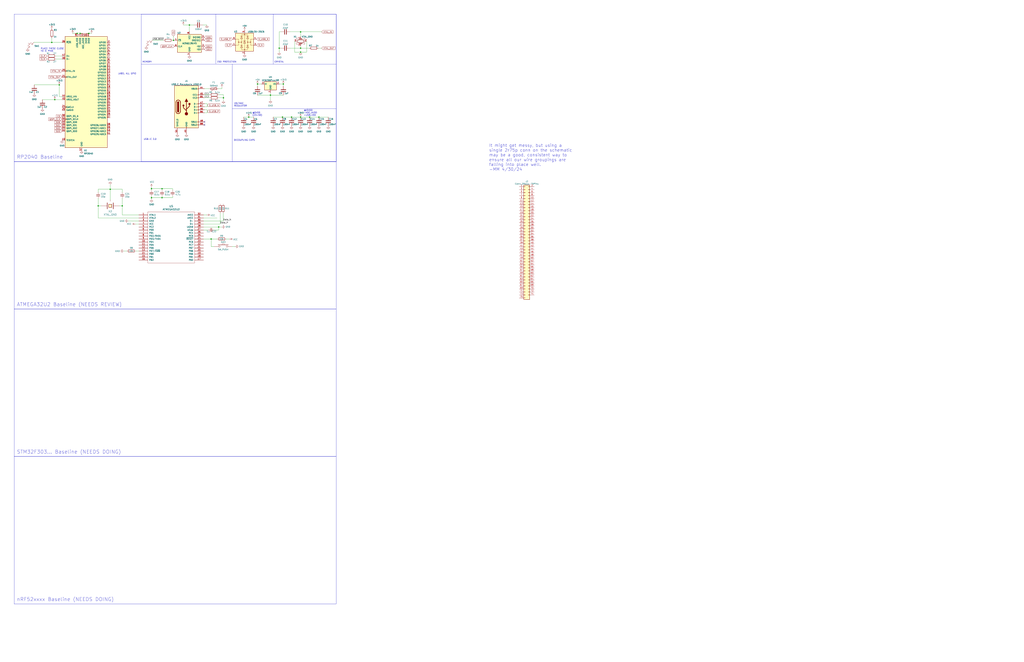
<source format=kicad_sch>
(kicad_sch (version 20231120) (generator "eeschema") (generator_version "8.0")
  (paper "D")
  (lib_symbols
    (symbol "Connector:USB_C_Receptacle_USB2.0" (pin_names (offset 1.016))
      (property "Reference" "J" (at -10.16 19.05 0))
      (property "Value" "USB_C_Receptacle_USB2.0" (at 19.05 19.05 0))
      (symbol "USB_C_Receptacle_USB2.0_1_1"
        (pin passive line (at 0 -22.86 90) (length 5.08) (name "GND") (number "A1"))
        (pin passive line (at 0 -22.86 90) (length 5.08) hide (name "GND") (number "A12"))
        (pin passive line (at 15.24 15.24 180) (length 5.08) (name "VBUS") (number "A4"))
        (pin bidirectional line (at 15.24 10.16 180) (length 5.08) (name "CC1") (number "A5"))
        (pin bidirectional line (at 15.24 -2.54 180) (length 5.08) (name "D+") (number "A6"))
        (pin bidirectional line (at 15.24 2.54 180) (length 5.08) (name "D-") (number "A7"))
        (pin bidirectional line (at 15.24 -12.7 180) (length 5.08) (name "SBU1") (number "A8"))
        (pin passive line (at 15.24 15.24 180) (length 5.08) hide (name "VBUS") (number "A9"))
        (pin passive line (at 0 -22.86 90) (length 5.08) hide (name "GND") (number "B1"))
        (pin passive line (at 0 -22.86 90) (length 5.08) hide (name "GND") (number "B12"))
        (pin passive line (at 15.24 15.24 180) (length 5.08) hide (name "VBUS") (number "B4"))
        (pin bidirectional line (at 15.24 7.62 180) (length 5.08) (name "CC2") (number "B5"))
        (pin bidirectional line (at 15.24 -5.08 180) (length 5.08) (name "D+") (number "B6"))
        (pin bidirectional line (at 15.24 0 180) (length 5.08) (name "D-") (number "B7"))
        (pin bidirectional line (at 15.24 -15.24 180) (length 5.08) (name "SBU2") (number "B8"))
        (pin passive line (at 15.24 15.24 180) (length 5.08) hide (name "VBUS") (number "B9"))
        (pin passive line (at -7.62 -22.86 90) (length 5.08) (name "SHIELD") (number "S1"))
      )
    )
    (symbol "Connector_Generic:Conn_2Rows-75Pins" (pin_names (offset 1.016) hide)
      (property "Reference" "J" (at 1.27 48.26 0))
      (property "Value" "Conn_2Rows-75Pins" (at 1.27 -50.8 0))
      (symbol "Conn_2Rows-75Pins_1_1"
        (pin passive line (at -5.08 45.72 0) (length 3.81) (name "Pin_1") (number "1"))
        (pin passive line (at 7.62 35.56 180) (length 3.81) (name "Pin_10") (number "10"))
        (pin passive line (at -5.08 33.02 0) (length 3.81) (name "Pin_11") (number "11"))
        (pin passive line (at 7.62 33.02 180) (length 3.81) (name "Pin_12") (number "12"))
        (pin passive line (at -5.08 30.48 0) (length 3.81) (name "Pin_13") (number "13"))
        (pin passive line (at 7.62 30.48 180) (length 3.81) (name "Pin_14") (number "14"))
        (pin passive line (at -5.08 27.94 0) (length 3.81) (name "Pin_15") (number "15"))
        (pin passive line (at 7.62 27.94 180) (length 3.81) (name "Pin_16") (number "16"))
        (pin passive line (at -5.08 25.4 0) (length 3.81) (name "Pin_17") (number "17"))
        (pin passive line (at 7.62 25.4 180) (length 3.81) (name "Pin_18") (number "18"))
        (pin passive line (at -5.08 22.86 0) (length 3.81) (name "Pin_19") (number "19"))
        (pin passive line (at 7.62 45.72 180) (length 3.81) (name "Pin_2") (number "2"))
        (pin passive line (at 7.62 22.86 180) (length 3.81) (name "Pin_20") (number "20"))
        (pin passive line (at -5.08 20.32 0) (length 3.81) (name "Pin_21") (number "21"))
        (pin passive line (at 7.62 20.32 180) (length 3.81) (name "Pin_22") (number "22"))
        (pin passive line (at -5.08 17.78 0) (length 3.81) (name "Pin_23") (number "23"))
        (pin passive line (at 7.62 17.78 180) (length 3.81) (name "Pin_24") (number "24"))
        (pin passive line (at -5.08 15.24 0) (length 3.81) (name "Pin_25") (number "25"))
        (pin passive line (at 7.62 15.24 180) (length 3.81) (name "Pin_26") (number "26"))
        (pin passive line (at -5.08 12.7 0) (length 3.81) (name "Pin_27") (number "27"))
        (pin passive line (at 7.62 12.7 180) (length 3.81) (name "Pin_28") (number "28"))
        (pin passive line (at -5.08 10.16 0) (length 3.81) (name "Pin_29") (number "29"))
        (pin passive line (at -5.08 43.18 0) (length 3.81) (name "Pin_3") (number "3"))
        (pin passive line (at 7.62 10.16 180) (length 3.81) (name "Pin_30") (number "30"))
        (pin passive line (at -5.08 7.62 0) (length 3.81) (name "Pin_31") (number "31"))
        (pin passive line (at 7.62 7.62 180) (length 3.81) (name "Pin_32") (number "32"))
        (pin passive line (at -5.08 5.08 0) (length 3.81) (name "Pin_33") (number "33"))
        (pin passive line (at 7.62 5.08 180) (length 3.81) (name "Pin_34") (number "34"))
        (pin passive line (at -5.08 2.54 0) (length 3.81) (name "Pin_35") (number "35"))
        (pin passive line (at 7.62 2.54 180) (length 3.81) (name "Pin_36") (number "36"))
        (pin passive line (at -5.08 0 0) (length 3.81) (name "Pin_37") (number "37"))
        (pin passive line (at 7.62 0 180) (length 3.81) (name "Pin_38") (number "38"))
        (pin passive line (at -5.08 -2.54 0) (length 3.81) (name "Pin_39") (number "39"))
        (pin passive line (at 7.62 43.18 180) (length 3.81) (name "Pin_4") (number "4"))
        (pin passive line (at 7.62 -2.54 180) (length 3.81) (name "Pin_40") (number "40"))
        (pin passive line (at -5.08 -5.08 0) (length 3.81) (name "Pin_41") (number "41"))
        (pin passive line (at 7.62 -5.08 180) (length 3.81) (name "Pin_42") (number "42"))
        (pin passive line (at -5.08 -7.62 0) (length 3.81) (name "Pin_43") (number "43"))
        (pin passive line (at 7.62 -7.62 180) (length 3.81) (name "Pin_44") (number "44"))
        (pin passive line (at -5.08 -10.16 0) (length 3.81) (name "Pin_45") (number "45"))
        (pin passive line (at 7.62 -10.16 180) (length 3.81) (name "Pin_46") (number "46"))
        (pin passive line (at -5.08 -12.7 0) (length 3.81) (name "Pin_47") (number "47"))
        (pin passive line (at 7.62 -12.7 180) (length 3.81) (name "Pin_48") (number "48"))
        (pin passive line (at -5.08 -15.24 0) (length 3.81) (name "Pin_49") (number "49"))
        (pin passive line (at -5.08 40.64 0) (length 3.81) (name "Pin_5") (number "5"))
        (pin passive line (at 7.62 -15.24 180) (length 3.81) (name "Pin_50") (number "50"))
        (pin passive line (at -5.08 -17.78 0) (length 3.81) (name "Pin_51") (number "51"))
        (pin passive line (at 7.62 -17.78 180) (length 3.81) (name "Pin_52") (number "52"))
        (pin passive line (at -5.08 -20.32 0) (length 3.81) (name "Pin_53") (number "53"))
        (pin passive line (at 7.62 -20.32 180) (length 3.81) (name "Pin_54") (number "54"))
        (pin passive line (at -5.08 -22.86 0) (length 3.81) (name "Pin_55") (number "55"))
        (pin passive line (at 7.62 -22.86 180) (length 3.81) (name "Pin_56") (number "56"))
        (pin passive line (at -5.08 -25.4 0) (length 3.81) (name "Pin_57") (number "57"))
        (pin passive line (at 7.62 -25.4 180) (length 3.81) (name "Pin_58") (number "58"))
        (pin passive line (at -5.08 -27.94 0) (length 3.81) (name "Pin_59") (number "59"))
        (pin passive line (at 7.62 40.64 180) (length 3.81) (name "Pin_6") (number "6"))
        (pin passive line (at 7.62 -27.94 180) (length 3.81) (name "Pin_60") (number "60"))
        (pin passive line (at -5.08 -30.48 0) (length 3.81) (name "Pin_61") (number "61"))
        (pin passive line (at 7.62 -30.48 180) (length 3.81) (name "Pin_62") (number "62"))
        (pin passive line (at -5.08 -33.02 0) (length 3.81) (name "Pin_63") (number "63"))
        (pin passive line (at 7.62 -33.02 180) (length 3.81) (name "Pin_64") (number "64"))
        (pin passive line (at -5.08 -35.56 0) (length 3.81) (name "Pin_65") (number "65"))
        (pin passive line (at 7.62 -35.56 180) (length 3.81) (name "Pin_66") (number "66"))
        (pin passive line (at -5.08 -38.1 0) (length 3.81) (name "Pin_67") (number "67"))
        (pin passive line (at 7.62 -38.1 180) (length 3.81) (name "Pin_68") (number "68"))
        (pin passive line (at -5.08 -40.64 0) (length 3.81) (name "Pin_69") (number "69"))
        (pin passive line (at -5.08 38.1 0) (length 3.81) (name "Pin_7") (number "7"))
        (pin passive line (at 7.62 -40.64 180) (length 3.81) (name "Pin_70") (number "70"))
        (pin passive line (at -5.08 -43.18 0) (length 3.81) (name "Pin_71") (number "71"))
        (pin passive line (at 7.62 -43.18 180) (length 3.81) (name "Pin_72") (number "72"))
        (pin passive line (at -5.08 -45.72 0) (length 3.81) (name "Pin_73") (number "73"))
        (pin passive line (at 7.62 -45.72 180) (length 3.81) (name "Pin_74") (number "74"))
        (pin passive line (at -5.08 -48.26 0) (length 3.81) (name "Pin_75") (number "75"))
        (pin passive line (at 7.62 38.1 180) (length 3.81) (name "Pin_8") (number "8"))
        (pin passive line (at -5.08 35.56 0) (length 3.81) (name "Pin_9") (number "9"))
      )
    )
    (symbol "Device:C" (pin_numbers hide) (pin_names (offset 0.254))
      (property "Reference" "C" (at 0.635 2.54 0))
      (property "Value" "C" (at 0.635 -2.54 0))
      (symbol "C_1_1"
        (pin passive line (at 0 3.81 270) (length 2.794) (name "~") (number "1"))
        (pin passive line (at 0 -3.81 90) (length 2.794) (name "~") (number "2"))
      )
    )
    (symbol "Device:C_Small" (pin_numbers hide) (pin_names (offset 0.254) hide)
      (property "Reference" "C" (at 0.254 1.778 0))
      (property "Value" "C_Small" (at 0.254 -2.032 0))
      (symbol "C_Small_1_1"
        (pin passive line (at 0 2.54 270) (length 2.032) (name "~") (number "1"))
        (pin passive line (at 0 -2.54 90) (length 2.032) (name "~") (number "2"))
      )
    )
    (symbol "Device:Crystal_GND24" (pin_names (offset 1.016) hide)
      (property "Reference" "Y" (at 3.175 5.08 0))
      (property "Value" "Crystal_GND24" (at 3.175 3.175 0))
      (symbol "Crystal_GND24_1_1"
        (pin passive line (at -3.81 0 0) (length 1.27) (name "1") (number "1"))
        (pin passive line (at 0 5.08 270) (length 1.27) (name "2") (number "2"))
        (pin passive line (at 3.81 0 180) (length 1.27) (name "3") (number "3"))
        (pin passive line (at 0 -5.08 90) (length 1.27) (name "4") (number "4"))
      )
    )
    (symbol "Device:Polyfuse" (pin_numbers hide) (pin_names (offset 0))
      (property "Reference" "F" (at -2.54 0 90))
      (property "Value" "Polyfuse" (at 2.54 0 90))
      (symbol "Polyfuse_1_1"
        (pin passive line (at 0 3.81 270) (length 1.27) (name "~") (number "1"))
        (pin passive line (at 0 -3.81 90) (length 1.27) (name "~") (number "2"))
      )
    )
    (symbol "Device:R" (pin_numbers hide) (pin_names (offset 0))
      (property "Reference" "R" (at 2.032 0 90))
      (property "Value" "R" (at 0 0 90))
      (symbol "R_1_1"
        (pin passive line (at 0 3.81 270) (length 1.27) (name "~") (number "1"))
        (pin passive line (at 0 -3.81 90) (length 1.27) (name "~") (number "2"))
      )
    )
    (symbol "Memory_Flash:W25Q128JVS"
      (property "Reference" "U" (at -8.89 8.89 0))
      (property "Value" "W25Q128JVS" (at 7.62 8.89 0))
      (symbol "W25Q128JVS_1_1"
        (pin input line (at -12.7 2.54 0) (length 2.54) (name "~{CS}") (number "1"))
        (pin bidirectional line (at 12.7 2.54 180) (length 2.54) (name "DO(IO1)") (number "2"))
        (pin bidirectional line (at 12.7 -2.54 180) (length 2.54) (name "IO2") (number "3"))
        (pin power_in line (at 0 -10.16 90) (length 2.54) (name "GND") (number "4"))
        (pin bidirectional line (at 12.7 5.08 180) (length 2.54) (name "DI(IO0)") (number "5"))
        (pin input line (at -12.7 -2.54 0) (length 2.54) (name "CLK") (number "6"))
        (pin bidirectional line (at 12.7 -5.08 180) (length 2.54) (name "IO3") (number "7"))
        (pin power_in line (at 0 10.16 270) (length 2.54) (name "VCC") (number "8"))
      )
    )
    (symbol "Power_Protection:USBLC6-2SC6" (pin_names hide)
      (property "Reference" "U" (at 2.54 8.89 0))
      (property "Value" "USBLC6-2SC6" (at 2.54 -8.89 0))
      (symbol "USBLC6-2SC6_1_1"
        (pin passive line (at -10.16 -2.54 0) (length 2.54) (name "I/O1") (number "1"))
        (pin passive line (at 0 -10.16 90) (length 2.54) (name "GND") (number "2"))
        (pin passive line (at 10.16 -2.54 180) (length 2.54) (name "I/O2") (number "3"))
        (pin passive line (at 10.16 2.54 180) (length 2.54) (name "I/O2") (number "4"))
        (pin passive line (at 0 10.16 270) (length 2.54) (name "VBUS") (number "5"))
        (pin passive line (at -10.16 2.54 0) (length 2.54) (name "I/O1") (number "6"))
      )
    )
    (symbol "Regulator_Linear:XC6206PxxxMR" (pin_names (offset 0.254))
      (property "Reference" "U" (at -3.81 3.175 0))
      (property "Value" "XC6206PxxxMR" (at 0 3.175 0))
      (symbol "XC6206PxxxMR_1_1"
        (pin power_in line (at 0 -7.62 90) (length 2.54) (name "GND") (number "1"))
        (pin power_out line (at 7.62 0 180) (length 2.54) (name "VO") (number "2"))
        (pin power_in line (at -7.62 0 0) (length 2.54) (name "VI") (number "3"))
      )
    )
    (symbol "SleepLib:RP2040" (pin_names (offset 1.016))
      (property "Reference" "U" (at 8.89 51.435 0))
      (property "Value" "RP2040" (at 8.89 48.895 0))
      (symbol "RP2040_1_1"
        (pin power_in line (at -5.08 50.8 270) (length 2.54) (name "IOVDD") (number "1"))
        (pin power_in line (at -5.08 50.8 270) (length 2.54) hide (name "IOVDD") (number "10"))
        (pin input line (at 20.32 22.86 180) (length 2.54) (name "GPIO8") (number "11"))
        (pin input line (at 20.32 20.32 180) (length 2.54) (name "GPIO9") (number "12"))
        (pin input line (at 20.32 17.78 180) (length 2.54) (name "GPIO10") (number "13"))
        (pin input line (at 20.32 15.24 180) (length 2.54) (name "GPIO11") (number "14"))
        (pin input line (at 20.32 12.7 180) (length 2.54) (name "GPIO12") (number "15"))
        (pin input line (at 20.32 10.16 180) (length 2.54) (name "GPIO13") (number "16"))
        (pin input line (at 20.32 7.62 180) (length 2.54) (name "GPIO14") (number "17"))
        (pin input line (at 20.32 5.08 180) (length 2.54) (name "GPIO15") (number "18"))
        (pin input line (at -20.32 -39.37 0) (length 2.54) (name "TESTEN") (number "19"))
        (pin input line (at 20.32 43.18 180) (length 2.54) (name "GPIO0") (number "2"))
        (pin input clock (at -20.32 19.05 0) (length 2.54) (name "XTAL_IN") (number "20"))
        (pin input clock (at -20.32 13.97 0) (length 2.54) (name "XTAL_OUT") (number "21"))
        (pin power_in line (at -5.08 50.8 270) (length 2.54) hide (name "IOVDD") (number "22"))
        (pin power_in line (at 2.286 50.8 270) (length 2.54) (name "DVDD") (number "23"))
        (pin input clock (at -20.32 -11.43 0) (length 2.54) (name "SWCLK") (number "24"))
        (pin bidirectional line (at -20.32 -13.97 0) (length 2.54) (name "SWDIO") (number "25"))
        (pin input line (at -20.32 43.18 0) (length 2.54) (name "~{RUN}") (number "26"))
        (pin input line (at 20.32 2.54 180) (length 2.54) (name "GPIO16") (number "27"))
        (pin input line (at 20.32 0 180) (length 2.54) (name "GPIO17") (number "28"))
        (pin input line (at 20.32 -2.54 180) (length 2.54) (name "GPIO18") (number "29"))
        (pin input line (at 20.32 40.64 180) (length 2.54) (name "GPIO1") (number "3"))
        (pin input line (at 20.32 -5.08 180) (length 2.54) (name "GPIO19") (number "30"))
        (pin input line (at 20.32 -7.62 180) (length 2.54) (name "GPIO20") (number "31"))
        (pin input line (at 20.32 -10.16 180) (length 2.54) (name "GPIO21") (number "32"))
        (pin power_in line (at -5.08 50.8 270) (length 2.54) hide (name "IOVDD") (number "33"))
        (pin input line (at 20.32 -12.7 180) (length 2.54) (name "GPIO22") (number "34"))
        (pin input line (at 20.32 -15.24 180) (length 2.54) (name "GPIO23") (number "35"))
        (pin input line (at 20.32 -17.78 180) (length 2.54) (name "GPIO24") (number "36"))
        (pin input line (at 20.32 -20.32 180) (length 2.54) (name "GPIO25") (number "37"))
        (pin input line (at 20.32 -26.67 180) (length 2.54) (name "GPIO26/ADC0") (number "38"))
        (pin input line (at 20.32 -29.21 180) (length 2.54) (name "GPIO27/ADC1") (number "39"))
        (pin input line (at 20.32 38.1 180) (length 2.54) (name "GPIO2") (number "4"))
        (pin input line (at 20.32 -31.75 180) (length 2.54) (name "GPIO28/ADC2") (number "40"))
        (pin input line (at 20.32 -34.29 180) (length 2.54) (name "GPIO29/ADC3") (number "41"))
        (pin power_in line (at -5.08 50.8 270) (length 2.54) hide (name "IOVDD") (number "42"))
        (pin power_in line (at -2.54 50.8 270) (length 2.54) (name "ADC_AVDD") (number "43"))
        (pin power_in line (at -20.32 -2.54 0) (length 2.54) (name "VREG_VIN") (number "44"))
        (pin power_out line (at -20.32 -5.08 0) (length 2.54) (name "VREG_VOUT") (number "45"))
        (pin bidirectional line (at -20.32 29.21 0) (length 2.54) (name "D-") (number "46"))
        (pin bidirectional line (at -20.32 31.75 0) (length 2.54) (name "D+") (number "47"))
        (pin power_in line (at -7.62 50.8 270) (length 2.54) (name "USB_VDD") (number "48"))
        (pin power_in line (at -5.08 50.8 270) (length 2.54) hide (name "IOVDD") (number "49"))
        (pin input line (at 20.32 35.56 180) (length 2.54) (name "GPIO3") (number "5"))
        (pin power_in line (at 0 50.8 270) (length 2.54) (name "DVDD") (number "50"))
        (pin bidirectional line (at -20.32 -31.75 0) (length 2.54) (name "QSPI_SD3") (number "51"))
        (pin input clock (at -20.32 -21.59 0) (length 2.54) (name "QSPI_SCLK") (number "52"))
        (pin bidirectional line (at -20.32 -24.13 0) (length 2.54) (name "QSPI_SD0") (number "53"))
        (pin bidirectional line (at -20.32 -29.21 0) (length 2.54) (name "QSPI_SD2") (number "54"))
        (pin bidirectional line (at -20.32 -26.67 0) (length 2.54) (name "QSPI_SD1") (number "55"))
        (pin bidirectional line (at -20.32 -19.05 0) (length 2.54) (name "QSPI_SS_N") (number "56"))
        (pin power_in line (at -3.81 -48.26 90) (length 2.54) (name "GND") (number "57"))
        (pin input line (at 20.32 33.02 180) (length 2.54) (name "GPIO4") (number "6"))
        (pin input line (at 20.32 30.48 180) (length 2.54) (name "GPIO5") (number "7"))
        (pin input line (at 20.32 27.94 180) (length 2.54) (name "GPIO6") (number "8"))
        (pin input line (at 20.32 25.4 180) (length 2.54) (name "GPIO7") (number "9"))
      )
    )
    (symbol "Switch:SW_Push_45deg" (pin_numbers hide) (pin_names (offset 1.016) hide)
      (property "Reference" "SW" (at 3.048 1.016 0))
      (property "Value" "SW_Push_45deg" (at 0 -3.81 0))
      (symbol "SW_Push_45deg_0_1"
        (pin passive line (at -2.54 2.54 0) (length 0) (name "1") (number "1"))
        (pin passive line (at 2.54 -2.54 180) (length 0) (name "2") (number "2"))
      )
    )
    (symbol "keyboard_parts:ATMEGA32U2" (pin_names (offset 1.016))
      (property "Reference" "U" (at 0 -24.13 0))
      (property "Value" "keyboard_parts_ATMEGA32U2" (at 0 24.13 0))
      (symbol "ATMEGA32U2_1_1"
        (pin input line (at -26.67 19.05 0) (length 7.62) (name "XTAL1") (number "1"))
        (pin bidirectional line (at -26.67 -3.81 0) (length 7.62) (name "PD4") (number "10"))
        (pin bidirectional line (at -26.67 -6.35 0) (length 7.62) (name "PD5") (number "11"))
        (pin bidirectional line (at -26.67 -8.89 0) (length 7.62) (name "PD6") (number "12"))
        (pin input line (at -26.67 -11.43 0) (length 7.62) (name "PD7/~{HWB}") (number "13"))
        (pin bidirectional line (at -26.67 -13.97 0) (length 7.62) (name "PB0") (number "14"))
        (pin bidirectional line (at -26.67 -16.51 0) (length 7.62) (name "PB1") (number "15"))
        (pin bidirectional line (at -26.67 -19.05 0) (length 7.62) (name "PB2") (number "16"))
        (pin bidirectional line (at 27.94 -19.05 180) (length 7.62) (name "PB3") (number "17"))
        (pin bidirectional line (at 27.94 -16.51 180) (length 7.62) (name "PB4") (number "18"))
        (pin bidirectional line (at 27.94 -13.97 180) (length 7.62) (name "PB5") (number "19"))
        (pin output line (at -26.67 16.51 0) (length 7.62) (name "XTAL2") (number "2"))
        (pin bidirectional line (at 27.94 -11.43 180) (length 7.62) (name "PB6") (number "20"))
        (pin bidirectional line (at 27.94 -8.89 180) (length 7.62) (name "PB7") (number "21"))
        (pin bidirectional line (at 27.94 -6.35 180) (length 7.62) (name "PC7") (number "22"))
        (pin bidirectional line (at 27.94 -3.81 180) (length 7.62) (name "PC6") (number "23"))
        (pin input line (at 27.94 -1.27 180) (length 7.62) (name "~{RESET}") (number "24"))
        (pin bidirectional line (at 27.94 1.27 180) (length 7.62) (name "PC5") (number "25"))
        (pin bidirectional line (at 27.94 3.81 180) (length 7.62) (name "PC4") (number "26"))
        (pin input line (at 27.94 6.35 180) (length 7.62) (name "UCap") (number "27"))
        (pin power_in line (at 27.94 8.89 180) (length 7.62) (name "UGND") (number "28"))
        (pin bidirectional line (at 27.94 11.43 180) (length 7.62) (name "D+") (number "29"))
        (pin power_in line (at -26.67 13.97 0) (length 7.62) (name "GND") (number "3"))
        (pin bidirectional line (at 27.94 13.97 180) (length 7.62) (name "D-") (number "30"))
        (pin power_in line (at 27.94 16.51 180) (length 7.62) (name "UVCC") (number "31"))
        (pin power_in line (at 27.94 19.05 180) (length 7.62) (name "AVCC") (number "32"))
        (pin power_in line (at -26.67 11.43 0) (length 7.62) (name "VCC") (number "4"))
        (pin bidirectional line (at -26.67 8.89 0) (length 7.62) (name "PC2") (number "5"))
        (pin bidirectional line (at -26.67 6.35 0) (length 7.62) (name "PD0") (number "6"))
        (pin bidirectional line (at -26.67 3.81 0) (length 7.62) (name "PD1") (number "7"))
        (pin bidirectional line (at -26.67 1.27 0) (length 7.62) (name "PD2/RXD1") (number "8"))
        (pin bidirectional line (at -26.67 -1.27 0) (length 7.62) (name "PD3/TXD1") (number "9"))
      )
    )
    (symbol "keyboard_parts:SW_PUSH" (pin_numbers hide) (pin_names (offset 1.016) hide)
      (property "Reference" "SW" (at 3.81 2.794 0))
      (property "Value" "keyboard_parts_SW_PUSH" (at 0 -2.032 0))
      (symbol "SW_PUSH_0_1"
        (pin passive inverted (at -7.62 0 0) (length 5.08) (name "1") (number "1"))
        (pin passive inverted (at 7.62 0 180) (length 5.08) (name "2") (number "2"))
      )
    )
    (symbol "keyboard_parts:XTAL_GND" (pin_numbers hide) (pin_names (offset 1.016) hide)
      (property "Reference" "X" (at 0 3.81 0))
      (property "Value" "keyboard_parts_XTAL_GND" (at 0 -3.81 0))
      (symbol "XTAL_GND_1_1"
        (pin passive line (at -7.62 0 0) (length 5.08) (name "1") (number "1"))
        (pin passive line (at 7.62 0 180) (length 5.08) (name "2") (number "2"))
        (pin passive line (at 0 -5.08 90) (length 1.27) (name "~") (number "3"))
      )
    )
    (symbol "power:+1V1" (power) (pin_names (offset 0))
      (property "Value" "+1V1" (at 0 3.556 0))
      (symbol "+1V1_1_1"
        (pin power_in line (at 0 0 90) (length 0) hide (name "+1V1") (number "1"))
      )
    )
    (symbol "power:+3V3" (power) (pin_names (offset 0))
      (property "Value" "+3V3" (at 0 3.556 0))
      (symbol "+3V3_1_1"
        (pin power_in line (at 0 0 90) (length 0) hide (name "+3V3") (number "1"))
      )
    )
    (symbol "power:+5V" (power) (pin_names (offset 0))
      (property "Value" "+5V" (at 0 3.556 0))
      (symbol "+5V_1_1"
        (pin power_in line (at 0 0 90) (length 0) hide (name "+5V") (number "1"))
      )
    )
    (symbol "power:GND" (power) (pin_names (offset 0))
      (property "Value" "GND" (at 0 -3.81 0))
      (symbol "GND_1_1"
        (pin power_in line (at 0 0 270) (length 0) hide (name "GND") (number "1"))
      )
    )
    (symbol "power:VCC" (power) (pin_names (offset 0))
      (property "Value" "VCC" (at 0 3.81 0))
      (symbol "VCC_1_1"
        (pin power_in line (at 0 0 90) (length 0) hide (name "VCC") (number "1"))
      )
    )
  )
  (junction (at 178.054 201.676))
  (junction (at 127.762 159.258))
  (junction (at 268.986 98.806))
  (junction (at 188.468 82.55))
  (junction (at 103.124 173.736))
  (junction (at 43.688 35.814))
  (junction (at 146.304 34.036))
  (junction (at 67.564 28.194))
  (junction (at 82.804 173.736))
  (junction (at 235.458 40.64))
  (junction (at 209.804 98.806))
  (junction (at 217.17 70.866))
  (junction (at 245.872 98.806))
  (junction (at 253.492 98.806))
  (junction (at 253.492 40.64))
  (junction (at 127.762 166.878))
  (junction (at 136.652 159.258))
  (junction (at 184.404 191.516))
  (junction (at 159.766 21.082))
  (junction (at 92.964 159.766))
  (junction (at 261.112 98.806))
  (junction (at 228.092 80.264))
  (junction (at 65.024 28.194))
  (junction (at 46.228 84.074))
  (junction (at 136.652 166.878))
  (junction (at 238.252 98.806))
  (junction (at 253.492 43.942))
  (junction (at 50.038 71.628))
  (junction (at 239.014 70.866))
  (junction (at 253.492 26.924))
  (junction (at 74.93 28.194))
  (no_connect (at 172.466 105.41))
  (no_connect (at 172.466 102.87))
  (wire (pts (xy 136.652 165.608) (xy 136.652 166.878)))
  (wire (pts (xy 117.094 181.356) (xy 103.124 181.356)))
  (wire (pts (xy 171.704 201.676) (xy 178.054 201.676)))
  (wire (pts (xy 35.814 84.074) (xy 46.228 84.074)))
  (polyline (pts (xy 182.118 11.938) (xy 182.118 53.848)))
  (wire (pts (xy 50.038 81.534) (xy 52.324 81.534)))
  (wire (pts (xy 217.17 80.264) (xy 228.092 80.264)))
  (wire (pts (xy 172.466 95.25) (xy 174.752 95.25)))
  (wire (pts (xy 146.304 34.036) (xy 147.066 34.036)))
  (wire (pts (xy 50.038 71.628) (xy 50.038 81.534)))
  (wire (pts (xy 184.15 74.93) (xy 187.198 74.93)))
  (wire (pts (xy 244.602 40.64) (xy 253.492 40.64)))
  (wire (pts (xy 235.712 70.866) (xy 239.014 70.866)))
  (wire (pts (xy 127.762 165.608) (xy 127.762 166.878)))
  (polyline (pts (xy 195.834 91.694) (xy 283.464 91.694)))
  (wire (pts (xy 253.492 26.924) (xy 253.492 30.988)))
  (polyline (pts (xy 283.464 136.398) (xy 283.464 54.102)))
  (wire (pts (xy 261.112 98.806) (xy 268.986 98.806)))
  (wire (pts (xy 174.752 92.71) (xy 174.752 95.25)))
  (wire (pts (xy 128.524 34.036) (xy 137.922 34.036)))
  (wire (pts (xy 127.762 166.878) (xy 136.652 166.878)))
  (wire (pts (xy 228.092 80.264) (xy 228.092 84.582)))
  (polyline (pts (xy 119.126 54.102) (xy 119.126 136.398)))
  (polyline (pts (xy 195.834 54.102) (xy 195.834 136.398)))
  (wire (pts (xy 159.766 21.082) (xy 163.576 21.082)))
  (wire (pts (xy 187.198 74.93) (xy 187.198 73.66)))
  (wire (pts (xy 172.466 92.71) (xy 174.752 92.71)))
  (wire (pts (xy 178.054 201.676) (xy 178.054 208.026)))
  (wire (pts (xy 82.804 173.736) (xy 82.804 167.386)))
  (wire (pts (xy 146.304 30.48) (xy 146.304 34.036)))
  (wire (pts (xy 205.486 98.806) (xy 209.804 98.806)))
  (wire (pts (xy 82.804 159.766) (xy 82.804 162.306)))
  (polyline (pts (xy 119.126 11.938) (xy 283.464 11.938)))
  (wire (pts (xy 145.542 160.528) (xy 145.542 159.258)))
  (wire (pts (xy 67.564 28.194) (xy 70.104 28.194)))
  (wire (pts (xy 72.644 28.194) (xy 74.93 28.194)))
  (wire (pts (xy 244.602 26.924) (xy 253.492 26.924)))
  (wire (pts (xy 136.652 166.878) (xy 145.542 166.878)))
  (wire (pts (xy 172.466 87.63) (xy 174.752 87.63)))
  (wire (pts (xy 253.492 98.806) (xy 261.112 98.806)))
  (wire (pts (xy 103.124 162.306) (xy 103.124 159.766)))
  (wire (pts (xy 253.492 26.924) (xy 271.272 26.924)))
  (wire (pts (xy 239.014 70.866) (xy 239.014 72.644)))
  (wire (pts (xy 228.092 80.264) (xy 239.014 80.264)))
  (wire (pts (xy 217.17 70.866) (xy 220.472 70.866)))
  (wire (pts (xy 268.478 40.64) (xy 271.272 40.64)))
  (wire (pts (xy 103.124 173.736) (xy 103.124 167.386)))
  (wire (pts (xy 188.468 82.55) (xy 188.468 80.01)))
  (wire (pts (xy 245.872 98.806) (xy 253.492 98.806)))
  (wire (pts (xy 209.804 98.806) (xy 213.868 98.806)))
  (wire (pts (xy 127.762 168.148) (xy 127.762 166.878)))
  (wire (pts (xy 184.404 191.516) (xy 186.944 191.516)))
  (wire (pts (xy 61.214 28.194) (xy 65.024 28.194)))
  (wire (pts (xy 238.252 98.806) (xy 245.872 98.806)))
  (wire (pts (xy 184.404 80.01) (xy 188.468 80.01)))
  (wire (pts (xy 268.986 98.806) (xy 276.86 98.806)))
  (wire (pts (xy 92.964 159.766) (xy 92.964 155.956)))
  (wire (pts (xy 171.704 183.896) (xy 183.134 183.896)))
  (wire (pts (xy 145.542 34.036) (xy 146.304 34.036)))
  (wire (pts (xy 117.094 183.896) (xy 82.804 183.896)))
  (wire (pts (xy 188.214 186.436) (xy 171.704 186.436)))
  (wire (pts (xy 43.688 32.004) (xy 43.688 35.814)))
  (wire (pts (xy 145.542 166.878) (xy 145.542 165.608)))
  (wire (pts (xy 92.964 168.656) (xy 92.964 159.766)))
  (wire (pts (xy 159.766 21.082) (xy 159.766 26.416)))
  (polyline (pts (xy 119.126 54.102) (xy 119.126 11.938)))
  (wire (pts (xy 172.466 74.93) (xy 176.53 74.93)))
  (wire (pts (xy 260.858 40.64) (xy 253.492 40.64)))
  (wire (pts (xy 171.704 194.056) (xy 175.514 194.056)))
  (wire (pts (xy 235.458 40.64) (xy 235.458 43.942)))
  (polyline (pts (xy 230.378 12.192) (xy 230.378 54.102)))
  (wire (pts (xy 230.378 98.806) (xy 238.252 98.806)))
  (wire (pts (xy 188.468 82.55) (xy 188.468 84.836)))
  (wire (pts (xy 28.448 35.814) (xy 43.688 35.814)))
  (wire (pts (xy 188.214 179.832) (xy 188.214 186.436)))
  (wire (pts (xy 47.244 49.784) (xy 52.324 49.784)))
  (wire (pts (xy 178.054 208.026) (xy 180.594 208.026)))
  (wire (pts (xy 65.024 28.194) (xy 67.564 28.194)))
  (wire (pts (xy 100.584 173.736) (xy 103.124 173.736)))
  (wire (pts (xy 184.404 82.55) (xy 188.468 82.55)))
  (wire (pts (xy 74.93 28.194) (xy 77.216 28.194)))
  (wire (pts (xy 85.344 173.736) (xy 82.804 173.736)))
  (wire (pts (xy 185.674 188.976) (xy 171.704 188.976)))
  (wire (pts (xy 180.594 194.056) (xy 184.404 194.056)))
  (wire (pts (xy 136.652 159.258) (xy 145.542 159.258)))
  (polyline (pts (xy 283.464 11.938) (xy 283.464 54.102)))
  (wire (pts (xy 108.204 186.436) (xy 117.094 186.436)))
  (wire (pts (xy 172.466 82.55) (xy 176.784 82.55)))
  (polyline (pts (xy 119.126 136.398) (xy 283.464 136.398)))
  (wire (pts (xy 174.752 87.63) (xy 174.752 90.17)))
  (wire (pts (xy 136.652 160.528) (xy 136.652 159.258)))
  (wire (pts (xy 217.17 70.866) (xy 217.17 72.644)))
  (wire (pts (xy 248.412 34.798) (xy 248.412 43.942)))
  (wire (pts (xy 127.762 159.258) (xy 136.652 159.258)))
  (wire (pts (xy 190.754 201.676) (xy 193.294 201.676)))
  (wire (pts (xy 47.244 47.244) (xy 52.324 47.244)))
  (wire (pts (xy 235.458 26.924) (xy 235.458 40.64)))
  (wire (pts (xy 183.134 201.676) (xy 178.054 201.676)))
  (wire (pts (xy 248.412 43.942) (xy 253.492 43.942)))
  (wire (pts (xy 184.404 191.516) (xy 171.704 191.516)))
  (wire (pts (xy 172.466 80.01) (xy 176.784 80.01)))
  (wire (pts (xy 106.934 211.836) (xy 104.394 211.836)))
  (wire (pts (xy 228.092 78.486) (xy 228.092 80.264)))
  (polyline (pts (xy 230.378 11.938) (xy 230.378 12.192)))
  (wire (pts (xy 174.498 21.082) (xy 171.196 21.082)))
  (wire (pts (xy 184.404 194.056) (xy 184.404 191.516)))
  (wire (pts (xy 103.124 159.766) (xy 92.964 159.766)))
  (wire (pts (xy 258.572 43.942) (xy 253.492 43.942)))
  (wire (pts (xy 185.674 179.832) (xy 185.674 188.976)))
  (wire (pts (xy 171.704 181.356) (xy 174.244 181.356)))
  (wire (pts (xy 92.964 159.766) (xy 82.804 159.766)))
  (wire (pts (xy 154.686 21.082) (xy 159.766 21.082)))
  (wire (pts (xy 236.982 26.924) (xy 235.458 26.924)))
  (wire (pts (xy 28.956 71.628) (xy 50.038 71.628)))
  (wire (pts (xy 46.228 84.074) (xy 52.324 84.074)))
  (wire (pts (xy 253.492 40.64) (xy 253.492 38.608)))
  (wire (pts (xy 258.572 34.798) (xy 258.572 43.942)))
  (wire (pts (xy 127.762 160.528) (xy 127.762 159.258)))
  (wire (pts (xy 103.124 181.356) (xy 103.124 173.736)))
  (wire (pts (xy 82.804 183.896) (xy 82.804 173.736)))
  (wire (pts (xy 43.688 35.814) (xy 52.324 35.814)))
  (polyline (pts (xy 283.464 54.102) (xy 119.126 54.102)))
  (wire (pts (xy 114.554 188.976) (xy 117.094 188.976)))
  (wire (pts (xy 127.762 157.988) (xy 127.762 159.258)))
  (wire (pts (xy 235.458 40.64) (xy 236.982 40.64)))
  (wire (pts (xy 172.466 90.17) (xy 174.752 90.17)))
  (wire (pts (xy 117.094 211.836) (xy 114.554 211.836)))
  (wire (pts (xy 195.834 208.026) (xy 198.374 208.026)))
  (text_box "ATMEGA32U2 Baseline (NEEDS REVIEW)" (at 11.938 136.398 0) (size 271.526 124.46) (effects (font (size 3 3)) (justify left bottom)))
  (text_box "RP2040 Baseline" (at 11.938 11.938 0) (size 271.526 124.46) (effects (font (size 3 3)) (justify left bottom)))
  (text_box "STM32F303... Baseline (NEEDS DOING)" (at 11.938 260.858 0) (size 271.526 124.46) (effects (font (size 3 3)) (justify left bottom)))
  (text_box "nRF52xxxx Baseline (NEEDS DOING)" (at 11.938 385.318 0) (size 271.526 124.46) (effects (font (size 3 3)) (justify left bottom)))
  (text "ESD PROTECTION" (at 183.134 53.086 0) (effects (font (size 1.27 1.27)) (justify left bottom)))
  (text "It might get messy, but using a\nsingle 2r75p conn on the schematic\nmay be a good, consistent way to\nensure all our wire groupings are\nfalling into place well.\n-MM 4/30/24" (at 412.496 144.526 0) (effects (font (size 2.5 2.5)) (justify left bottom)))
  (text "CRYSTAL" (at 231.394 53.086 0) (effects (font (size 1.27 1.27)) (justify left bottom)))
  (text "USB-C 2.0" (at 121.158 118.364 0) (effects (font (size 1.27 1.27)) (justify left bottom)))
  (text "PLACE THESE CLOSE\nTO IC PINS" (at 34.29 43.942 0) (effects (font (size 1.27 1.27)) (justify left bottom)))
  (text "@DVDD\n(23+50)" (at 212.852 98.044 0) (effects (font (size 1.27 1.27)) (justify left bottom)))
  (text "LABEL ALL GPIO" (at 99.568 62.992 0) (effects (font (size 1.27 1.27)) (justify left bottom)))
  (text "@IOVDD\n+ADC_AVDD\n+USB_VDD" (at 256.286 98.044 0) (effects (font (size 1.27 1.27)) (justify left bottom)))
  (text "DECOUPLING CAPS" (at 197.104 119.126 0) (effects (font (size 1.27 1.27)) (justify left bottom)))
  (text "VOLTAGE\nREGULATOR" (at 197.358 90.17 0) (effects (font (size 1.27 1.27)) (justify left bottom)))
  (text "MEMORY" (at 120.142 53.086 0) (effects (font (size 1.27 1.27)) (justify left bottom)))
  (label "Data_P" (at 185.674 188.976 0))
  (label "~{USB_BOOT}" (at 128.524 34.036 0))
  (label "Data_N" (at 188.214 186.436 0))
  (label "CC2" (at 172.466 82.55 0))
  (label "CC1" (at 172.466 80.01 0))
  (global_label "SD2" (shape input) (at 52.324 108.204 180) (property "Intersheetrefs" "${INTERSHEET_REFS}" (effects (hide yes))))
  (global_label "XTAL_IN" (shape input) (at 271.272 26.924 0) (property "Intersheetrefs" "${INTERSHEET_REFS}" (effects (hide yes))))
  (global_label "QSPI_CLK" (shape input) (at 147.066 39.116 180) (property "Intersheetrefs" "${INTERSHEET_REFS}" (effects (hide yes))))
  (global_label "D_N" (shape input) (at 216.408 38.1 0) (property "Intersheetrefs" "${INTERSHEET_REFS}" (effects (hide yes))))
  (global_label "QSPI_CLK" (shape input) (at 52.324 100.584 180) (property "Intersheetrefs" "${INTERSHEET_REFS}" (effects (hide yes))))
  (global_label "XTAL_OUT" (shape input) (at 271.272 40.64 0) (property "Intersheetrefs" "${INTERSHEET_REFS}" (effects (hide yes))))
  (global_label "SD3" (shape input) (at 52.324 110.744 180) (property "Intersheetrefs" "${INTERSHEET_REFS}" (effects (hide yes))))
  (global_label "CS" (shape input) (at 52.324 98.044 180) (property "Intersheetrefs" "${INTERSHEET_REFS}" (effects (hide yes))))
  (global_label "D_USB_N" (shape input) (at 174.752 88.9 0) (property "Intersheetrefs" "${INTERSHEET_REFS}" (effects (hide yes))))
  (global_label "XTAL_OUT" (shape input) (at 52.324 65.024 180) (property "Intersheetrefs" "${INTERSHEET_REFS}" (effects (hide yes))))
  (global_label "SD1" (shape input) (at 172.466 34.036 0) (property "Intersheetrefs" "${INTERSHEET_REFS}" (effects (hide yes))))
  (global_label "SD0" (shape input) (at 52.324 103.124 180) (property "Intersheetrefs" "${INTERSHEET_REFS}" (effects (hide yes))))
  (global_label "SD0" (shape input) (at 172.466 31.496 0) (property "Intersheetrefs" "${INTERSHEET_REFS}" (effects (hide yes))))
  (global_label "D_P" (shape input) (at 196.088 38.1 180) (property "Intersheetrefs" "${INTERSHEET_REFS}" (effects (hide yes))))
  (global_label "D_USB_P" (shape input) (at 196.088 33.02 180) (property "Intersheetrefs" "${INTERSHEET_REFS}" (effects (hide yes))))
  (global_label "D_USB_P" (shape input) (at 174.752 93.98 0) (property "Intersheetrefs" "${INTERSHEET_REFS}" (effects (hide yes))))
  (global_label "D_USB_N" (shape input) (at 216.408 33.02 0) (property "Intersheetrefs" "${INTERSHEET_REFS}" (effects (hide yes))))
  (global_label "SD1" (shape input) (at 52.324 105.664 180) (property "Intersheetrefs" "${INTERSHEET_REFS}" (effects (hide yes))))
  (global_label "CS" (shape input) (at 146.304 30.48 90) (property "Intersheetrefs" "${INTERSHEET_REFS}" (effects (hide yes))))
  (global_label "D_P" (shape input) (at 39.624 47.244 180) (property "Intersheetrefs" "${INTERSHEET_REFS}" (effects (hide yes))))
  (global_label "XTAL_IN" (shape input) (at 52.324 59.944 180) (property "Intersheetrefs" "${INTERSHEET_REFS}" (effects (hide yes))))
  (global_label "SD3" (shape input) (at 172.466 41.656 0) (property "Intersheetrefs" "${INTERSHEET_REFS}" (effects (hide yes))))
  (global_label "D_N" (shape input) (at 39.624 49.784 180) (property "Intersheetrefs" "${INTERSHEET_REFS}" (effects (hide yes))))
  (global_label "SD2" (shape input) (at 172.466 39.116 0) (property "Intersheetrefs" "${INTERSHEET_REFS}" (effects (hide yes))))
  (symbol (lib_id "power:+3V3") (at 61.214 28.194 0) (unit 1)
    (property "Reference" "#PWR08" (effects (hide yes)))
    (property "Value" "+3V3" (at 61.214 24.5895 0))
  )
  (symbol (lib_id "Device:R") (at 180.594 82.55 270) (unit 1)
    (property "Reference" "R6" (at 177.8 84.836 90))
    (property "Value" "5.1k" (at 183.388 84.836 90))
    (property "Footprint" "Resistor_SMD:R_0402_1005Metric" (effects (hide yes)))
  )
  (symbol (lib_id "power:GND") (at 108.204 186.436 270) (unit 1)
    (property "Reference" "#PWR041" (effects (hide yes)))
    (property "Value" "GND" (at 104.9528 186.563 90) (effects (justify right)))
  )
  (symbol (lib_id "Device:R") (at 180.594 80.01 90) (unit 1)
    (property "Reference" "R5" (at 177.8 77.978 90))
    (property "Value" "5.1k" (at 183.388 77.978 90))
    (property "Footprint" "Resistor_SMD:R_0402_1005Metric" (effects (hide yes)))
  )
  (symbol (lib_id "power:GND") (at 23.368 40.894 0) (unit 1)
    (property "Reference" "#PWR01" (effects (hide yes)))
    (property "Value" "GND" (at 23.368 45.4565 0))
  )
  (symbol (lib_id "power:+3V3") (at 253.492 98.806 0) (unit 1)
    (property "Reference" "#PWR032" (effects (hide yes)))
    (property "Value" "+3V3" (at 253.492 95.2015 0))
  )
  (symbol (lib_id "Device:C") (at 261.112 102.616 180) (unit 1)
    (property "Reference" "C14" (at 261.493 100.4375 0) (effects (justify right)))
    (property "Value" "100nF" (at 261.62 104.902 0) (effects (justify right)))
    (property "Footprint" "Capacitor_SMD:C_0402_1005Metric" (effects (hide yes)))
  )
  (symbol (lib_id "Regulator_Linear:XC6206PxxxMR") (at 228.092 70.866 0) (unit 1)
    (property "Reference" "U4" (at 228.092 64.9945 0))
    (property "Value" "XC6206PxxxMR" (at 228.092 67.7696 0))
    (property "Footprint" "Package_TO_SOT_SMD:SOT-23" (effects (hide yes)))
    (property "Datasheet" "https://www.torexsemi.com/file/xc6206/XC6206.pdf" (effects (hide yes)))
  )
  (symbol (lib_id "power:GND") (at 186.944 191.516 90) (unit 1)
    (property "Reference" "#PWR044" (effects (hide yes)))
    (property "Value" "GND" (at 190.1952 191.389 90) (effects (justify right)))
  )
  (symbol (lib_id "Device:C") (at 217.17 76.454 180) (unit 1)
    (property "Reference" "C6" (at 214.63 78.74 0))
    (property "Value" "1uF" (at 219.71 78.74 0))
    (property "Footprint" "Capacitor_SMD:C_0402_1005Metric" (effects (hide yes)))
  )
  (symbol (lib_id "power:GND") (at 159.766 46.736 0) (unit 1)
    (property "Reference" "#PWR015" (effects (hide yes)))
    (property "Value" "GND" (at 159.766 51.2985 0))
  )
  (symbol (lib_id "power:GND") (at 157.226 113.03 0) (unit 1)
    (property "Reference" "#PWR014" (effects (hide yes)))
    (property "Value" "GND" (at 157.226 117.5925 0))
  )
  (symbol (lib_id "power:GND") (at 206.248 45.72 0) (unit 1)
    (property "Reference" "#PWR021" (effects (hide yes)))
    (property "Value" "GND" (at 206.248 50.2825 0))
  )
  (symbol (lib_id "Device:R") (at 110.744 211.836 270) (unit 1)
    (property "Reference" "R8" (at 110.744 209.296 90))
    (property "Value" "10k" (at 110.744 211.836 90))
    (property "Footprint" "Resistor_SMD:R_0805_2012Metric_Pad1.20x1.40mm_HandSolder" (effects (hide yes)))
  )
  (symbol (lib_id "Device:C_Small") (at 145.542 163.068 0) (unit 1)
    (property "Reference" "C20" (at 147.8788 161.8996 0) (effects (justify left)))
    (property "Value" "4.7u" (at 147.8788 164.211 0) (effects (justify left)))
    (property "Footprint" "Capacitor_SMD:C_0805_2012Metric_Pad1.18x1.45mm_HandSolder" (effects (hide yes)))
  )
  (symbol (lib_id "Device:R") (at 264.668 40.64 90) (unit 1)
    (property "Reference" "R7" (at 261.874 38.608 90))
    (property "Value" "1k" (at 267.462 38.608 90))
    (property "Footprint" "Resistor_SMD:R_0402_1005Metric" (effects (hide yes)))
  )
  (symbol (lib_id "power:GND") (at 174.498 21.082 0) (unit 1)
    (property "Reference" "#PWR016" (effects (hide yes)))
    (property "Value" "GND" (at 174.498 25.6445 0))
  )
  (symbol (lib_id "Device:C") (at 268.986 102.616 180) (unit 1)
    (property "Reference" "C15" (at 269.367 100.4375 0) (effects (justify right)))
    (property "Value" "100nF" (at 269.494 104.902 0) (effects (justify right)))
    (property "Footprint" "Capacitor_SMD:C_0402_1005Metric" (effects (hide yes)))
  )
  (symbol (lib_id "power:GND") (at 188.468 84.836 0) (unit 1)
    (property "Reference" "#PWR018" (effects (hide yes)))
    (property "Value" "GND" (at 188.468 89.3985 0))
  )
  (symbol (lib_id "Switch:SW_Push_45deg") (at 25.908 38.354 90) (unit 1)
    (property "Reference" "SW1" (at 29.083 38.833 90) (effects (justify right)))
    (property "Value" "SW_Push_45deg" (effects (hide yes)))
    (property "Footprint" "Button_Switch_SMD:SW_SPST_TL3342" (effects (hide yes)))
  )
  (symbol (lib_id "power:VCC") (at 174.244 181.356 270) (unit 1)
    (property "Reference" "#PWR043" (effects (hide yes)))
    (property "Value" "VCC" (at 177.4952 181.7878 90) (effects (justify left)))
  )
  (symbol (lib_id "Device:Polyfuse") (at 180.34 74.93 90) (unit 1)
    (property "Reference" "F1" (at 180.34 69.5665 90))
    (property "Value" "500mA" (at 180.34 72.3416 90))
    (property "Footprint" "Fuse:Fuse_1206_3216Metric" (effects (hide yes)))
  )
  (symbol (lib_id "power:VCC") (at 127.762 157.988 0) (unit 1)
    (property "Reference" "#PWR037" (effects (hide yes)))
    (property "Value" "VCC" (at 128.1938 153.5938 0))
  )
  (symbol (lib_id "Device:R") (at 43.688 28.194 0) (unit 1)
    (property "Reference" "R3" (at 45.212 25.4 0) (effects (justify left)))
    (property "Value" "1k" (at 45.212 30.988 0) (effects (justify left)))
    (property "Footprint" "Resistor_SMD:R_0402_1005Metric" (effects (hide yes)))
  )
  (symbol (lib_id "Device:C") (at 28.956 75.438 0) (unit 1)
    (property "Reference" "C1" (at 31.496 77.724 0))
    (property "Value" "1uF" (at 26.416 77.724 0))
    (property "Footprint" "Capacitor_SMD:C_0402_1005Metric" (effects (hide yes)))
  )
  (symbol (lib_id "Device:C") (at 230.378 102.616 180) (unit 1)
    (property "Reference" "C7" (at 230.886 100.584 0) (effects (justify right)))
    (property "Value" "100nF" (at 230.886 104.902 0) (effects (justify right)))
    (property "Footprint" "Capacitor_SMD:C_0402_1005Metric" (effects (hide yes)))
  )
  (symbol (lib_id "power:GND") (at 276.86 106.426 0) (unit 1)
    (property "Reference" "#PWR036" (effects (hide yes)))
    (property "Value" "GND" (at 276.86 110.9885 0))
  )
  (symbol (lib_id "power:+3V3") (at 50.038 71.628 0) (unit 1)
    (property "Reference" "#PWR06" (effects (hide yes)))
    (property "Value" "+3V3" (at 50.038 68.0235 0))
  )
  (symbol (lib_id "Device:R") (at 43.434 47.244 90) (unit 1)
    (property "Reference" "R1" (at 40.64 45.212 90))
    (property "Value" "27" (at 46.228 45.212 90))
    (property "Footprint" "Resistor_SMD:R_0402_1005Metric" (effects (hide yes)))
  )
  (symbol (lib_id "Device:R") (at 141.732 34.036 90) (unit 1)
    (property "Reference" "R4" (at 141.732 29.0535 90))
    (property "Value" "1k" (at 141.732 31.8286 90))
    (property "Footprint" "Resistor_SMD:R_0402_1005Metric" (effects (hide yes)))
  )
  (symbol (lib_id "power:GND") (at 92.964 155.956 180) (unit 1)
    (property "Reference" "#PWR039" (effects (hide yes)))
    (property "Value" "GND" (at 92.837 151.5618 0))
  )
  (symbol (lib_id "Device:C_Small") (at 136.652 163.068 0) (unit 1)
    (property "Reference" "C18" (at 138.9888 161.8996 0) (effects (justify left)))
    (property "Value" "0.1u" (at 138.9888 164.211 0) (effects (justify left)))
    (property "Footprint" "Capacitor_SMD:C_0805_2012Metric_Pad1.18x1.45mm_HandSolder" (effects (hide yes)))
  )
  (symbol (lib_id "Device:C_Small") (at 127.762 163.068 0) (unit 1)
    (property "Reference" "C17" (at 130.0988 161.8996 0) (effects (justify left)))
    (property "Value" "0.1u" (at 130.0988 164.211 0) (effects (justify left)))
    (property "Footprint" "Capacitor_SMD:C_0805_2012Metric_Pad1.18x1.45mm_HandSolder" (effects (hide yes)))
  )
  (symbol (lib_id "power:GND") (at 68.834 127.254 0) (unit 1)
    (property "Reference" "#PWR09" (effects (hide yes)))
    (property "Value" "GND" (at 68.834 131.8165 0))
  )
  (symbol (lib_id "Power_Protection:USBLC6-2SC6") (at 206.248 35.56 0) (unit 1)
    (property "Reference" "U3" (at 197.358 26.67 0) (effects (justify left)))
    (property "Value" "USBLC6-2SC6" (at 209.0167 26.7486 0) (effects (justify left)))
    (property "Footprint" "Package_TO_SOT_SMD:SOT-23-6" (effects (hide yes)))
    (property "Datasheet" "https://www.st.com/resource/en/datasheet/usblc6-2.pdf" (effects (hide yes)))
  )
  (symbol (lib_id "power:+5V") (at 187.198 73.66 0) (unit 1)
    (property "Reference" "#PWR017" (effects (hide yes)))
    (property "Value" "+5V" (at 187.198 70.0555 0))
  )
  (symbol (lib_id "power:GND") (at 261.112 106.426 0) (unit 1)
    (property "Reference" "#PWR034" (effects (hide yes)))
    (property "Value" "GND" (at 261.112 110.9885 0))
  )
  (symbol (lib_id "Device:C") (at 35.814 87.884 180) (unit 1)
    (property "Reference" "C2" (at 38.354 90.17 0))
    (property "Value" "1uF" (at 33.274 90.17 0))
    (property "Footprint" "Capacitor_SMD:C_0402_1005Metric" (effects (hide yes)))
  )
  (symbol (lib_id "Device:C") (at 253.492 102.616 180) (unit 1)
    (property "Reference" "C13" (at 253.873 100.4375 0) (effects (justify right)))
    (property "Value" "100nF" (at 254 104.902 0) (effects (justify right)))
    (property "Footprint" "Capacitor_SMD:C_0402_1005Metric" (effects (hide yes)))
  )
  (symbol (lib_id "Device:C") (at 238.252 102.616 180) (unit 1)
    (property "Reference" "C8" (at 238.633 100.4375 0) (effects (justify right)))
    (property "Value" "100nF" (at 238.76 104.902 0) (effects (justify right)))
    (property "Footprint" "Capacitor_SMD:C_0402_1005Metric" (effects (hide yes)))
  )
  (symbol (lib_id "Device:C") (at 276.86 102.616 180) (unit 1)
    (property "Reference" "C16" (at 277.241 100.4375 0) (effects (justify right)))
    (property "Value" "100nF" (at 277.368 104.902 0) (effects (justify right)))
    (property "Footprint" "Capacitor_SMD:C_0402_1005Metric" (effects (hide yes)))
  )
  (symbol (lib_id "SleepLib:RP2040") (at 72.644 78.994 0) (unit 1)
    (property "Reference" "U1" (at 70.8534 126.8635 0) (effects (justify left)))
    (property "Value" "RP2040" (at 70.8534 129.6386 0) (effects (justify left)))
    (property "Footprint" "RP2040-QFN-56:RP2040-QFN-56" (effects (hide yes)))
    (property "Datasheet" "https://datasheets.raspberrypi.com/rp2040/rp2040-datasheet.pdf" (effects (hide yes)))
  )
  (symbol (lib_id "Device:C") (at 239.014 76.454 180) (unit 1)
    (property "Reference" "C9" (at 236.474 78.74 0))
    (property "Value" "1uF" (at 241.554 78.74 0))
    (property "Footprint" "Capacitor_SMD:C_0402_1005Metric" (effects (hide yes)))
  )
  (symbol (lib_id "Device:C") (at 240.792 40.64 90) (unit 1)
    (property "Reference" "C11" (at 240.792 34.5145 90))
    (property "Value" "22pF" (at 240.792 37.2896 90))
    (property "Footprint" "Capacitor_SMD:C_0402_1005Metric" (effects (hide yes)))
  )
  (symbol (lib_id "power:GND") (at 238.252 106.426 0) (unit 1)
    (property "Reference" "#PWR028" (effects (hide yes)))
    (property "Value" "GND" (at 238.252 110.9885 0))
  )
  (symbol (lib_id "power:+1V1") (at 77.216 28.194 0) (unit 1)
    (property "Reference" "#PWR010" (effects (hide yes)))
    (property "Value" "+1V1" (at 77.216 24.5895 0))
  )
  (symbol (lib_id "Memory_Flash:W25Q128JVS") (at 159.766 36.576 0) (unit 1)
    (property "Reference" "U2" (at 149.606 27.686 0) (effects (justify left)))
    (property "Value" "W25Q128JVS" (at 153.67 36.576 0) (effects (justify left)))
    (property "Footprint" "Package_SO:SOIC-8_5.23x5.23mm_P1.27mm" (effects (hide yes)))
    (property "Datasheet" "http://www.winbond.com/resource-files/w25q128jv_dtr%20revc%2003272018%20plus.pdf" (effects (hide yes)))
  )
  (symbol (lib_id "Device:Crystal_GND24") (at 253.492 34.798 270) (unit 1)
    (property "Reference" "X1" (at 248.92 30.988 90))
    (property "Value" "XTAL_GND" (at 259.08 30.988 90))
    (property "Footprint" "Crystal:Crystal_SMD_3225-4Pin_3.2x2.5mm" (effects (hide yes)))
  )
  (symbol (lib_id "keyboard_parts:ATMEGA32U2") (at 143.764 200.406 0) (unit 1)
    (property "Reference" "U5" (at 144.399 174.0662 0) (effects (font (size 1.524 1.524))))
    (property "Value" "ATMEGA32U2" (at 144.399 176.7586 0) (effects (font (size 1.524 1.524))))
    (property "Footprint" "Package_QFP:TQFP-32_7x7mm_P0.8mm" (effects (hide yes)))
  )
  (symbol (lib_id "Device:C_Small") (at 178.054 194.056 90) (unit 1)
    (property "Reference" "C22" (at 180.594 195.326 90))
    (property "Value" "1u" (at 175.514 195.326 90))
    (property "Footprint" "Capacitor_SMD:C_0805_2012Metric_Pad1.18x1.45mm_HandSolder" (effects (hide yes)))
  )
  (symbol (lib_id "Device:C") (at 245.872 102.616 180) (unit 1)
    (property "Reference" "C12" (at 246.253 100.4375 0) (effects (justify right)))
    (property "Value" "100nF" (at 246.38 104.902 0) (effects (justify right)))
    (property "Footprint" "Capacitor_SMD:C_0402_1005Metric" (effects (hide yes)))
  )
  (symbol (lib_id "power:GND") (at 28.956 79.248 0) (unit 1)
    (property "Reference" "#PWR02" (effects (hide yes)))
    (property "Value" "GND" (at 28.956 83.8105 0))
  )
  (symbol (lib_id "keyboard_parts:SW_PUSH") (at 188.214 208.026 0) (unit 1)
    (property "Reference" "SW3" (at 188.214 204.216 0))
    (property "Value" "SW_PUSH" (at 188.214 210.566 0))
    (property "Footprint" "Button_Switch_SMD:SW_SPST_TL3342" (effects (hide yes)))
  )
  (symbol (lib_id "power:+3V3") (at 239.014 70.866 0) (unit 1)
    (property "Reference" "#PWR029" (effects (hide yes)))
    (property "Value" "+3V3" (at 239.014 67.2615 0))
  )
  (symbol (lib_id "power:GND") (at 52.324 118.364 0) (unit 1)
    (property "Reference" "#PWR07" (effects (hide yes)))
    (property "Value" "GND" (at 52.324 122.9265 0))
  )
  (symbol (lib_id "power:GND") (at 205.486 106.426 0) (unit 1)
    (property "Reference" "#PWR019" (effects (hide yes)))
    (property "Value" "GND" (at 205.486 110.9885 0))
  )
  (symbol (lib_id "power:GND") (at 253.492 43.942 0) (unit 1)
    (property "Reference" "#PWR031" (effects (hide yes)))
    (property "Value" "GND" (at 253.492 48.5045 0))
  )
  (symbol (lib_id "Connector:USB_C_Receptacle_USB2.0") (at 157.226 90.17 0) (unit 1)
    (property "Reference" "J1" (at 157.226 68.4235 0))
    (property "Value" "USB_C_Receptacle_USB2.0" (at 157.226 71.1986 0))
    (property "Footprint" "Connector_USB:USB_C_Receptacle_HRO_TYPE-C-31-M-12" (effects (hide yes)))
    (property "Datasheet" "https://www.usb.org/sites/default/files/documents/usb_type-c.zip" (effects (hide yes)))
  )
  (symbol (lib_id "power:GND") (at 198.374 208.026 90) (unit 1)
    (property "Reference" "#PWR046" (effects (hide yes)))
    (property "Value" "GND" (at 201.6252 207.899 90) (effects (justify right)))
  )
  (symbol (lib_id "power:GND") (at 213.868 106.426 0) (unit 1)
    (property "Reference" "#PWR023" (effects (hide yes)))
    (property "Value" "GND" (at 213.868 110.9885 0))
  )
  (symbol (lib_id "Device:R") (at 185.674 176.022 0) (unit 1)
    (property "Reference" "R10" (at 182.118 176.022 0))
    (property "Value" "22" (at 185.674 176.022 90))
    (property "Footprint" "Resistor_SMD:R_0805_2012Metric_Pad1.20x1.40mm_HandSolder" (effects (hide yes)))
  )
  (symbol (lib_id "power:GND") (at 230.378 106.426 0) (unit 1)
    (property "Reference" "#PWR026" (effects (hide yes)))
    (property "Value" "GND" (at 230.378 110.9885 0))
  )
  (symbol (lib_id "Switch:SW_Push_45deg") (at 125.984 36.576 90) (unit 1)
    (property "Reference" "SW2" (at 129.159 37.055 90) (effects (justify right)))
    (property "Value" "SW_Push_45deg" (effects (hide yes)))
    (property "Footprint" "Button_Switch_SMD:SW_SPST_TL3342" (effects (hide yes)))
  )
  (symbol (lib_id "Device:C") (at 167.386 21.082 90) (unit 1)
    (property "Reference" "C3" (at 167.386 17.78 90))
    (property "Value" "100nF" (at 167.386 24.638 90))
    (property "Footprint" "Capacitor_SMD:C_0402_1005Metric" (effects (hide yes)))
  )
  (symbol (lib_id "Device:R") (at 43.434 49.784 90) (unit 1)
    (property "Reference" "R2" (at 40.64 52.07 90))
    (property "Value" "27" (at 46.228 52.07 90))
    (property "Footprint" "Resistor_SMD:R_0402_1005Metric" (effects (hide yes)))
  )
  (symbol (lib_id "power:GND") (at 123.444 39.116 0) (unit 1)
    (property "Reference" "#PWR011" (effects (hide yes)))
    (property "Value" "GND" (at 123.444 43.6785 0))
  )
  (symbol (lib_id "power:GND") (at 245.872 106.426 0) (unit 1)
    (property "Reference" "#PWR030" (effects (hide yes)))
    (property "Value" "GND" (at 245.872 110.9885 0))
  )
  (symbol (lib_id "Device:C") (at 205.486 102.616 180) (unit 1)
    (property "Reference" "C4" (at 205.994 100.584 0) (effects (justify right)))
    (property "Value" "100nF" (at 205.994 104.902 0) (effects (justify right)))
    (property "Footprint" "Capacitor_SMD:C_0402_1005Metric" (effects (hide yes)))
  )
  (symbol (lib_id "power:GND") (at 149.606 113.03 0) (unit 1)
    (property "Reference" "#PWR012" (effects (hide yes)))
    (property "Value" "GND" (at 149.606 117.5925 0))
  )
  (symbol (lib_id "power:+3V3") (at 43.688 24.384 0) (unit 1)
    (property "Reference" "#PWR04" (effects (hide yes)))
    (property "Value" "+3V3" (at 43.688 20.7795 0))
  )
  (symbol (lib_id "power:+1V1") (at 209.804 98.806 0) (unit 1)
    (property "Reference" "#PWR022" (effects (hide yes)))
    (property "Value" "+1V1" (at 209.804 95.2015 0))
  )
  (symbol (lib_id "Device:C") (at 240.792 26.924 90) (unit 1)
    (property "Reference" "C10" (at 240.792 20.7985 90))
    (property "Value" "22pF" (at 240.792 23.5736 90))
    (property "Footprint" "Capacitor_SMD:C_0402_1005Metric" (effects (hide yes)))
  )
  (symbol (lib_id "Device:R") (at 188.214 176.022 180) (unit 1)
    (property "Reference" "R11" (at 191.516 176.022 0))
    (property "Value" "22" (at 188.214 176.022 90))
    (property "Footprint" "Resistor_SMD:R_0805_2012Metric_Pad1.20x1.40mm_HandSolder" (effects (hide yes)))
  )
  (symbol (lib_id "power:VCC") (at 193.294 201.676 270) (unit 1)
    (property "Reference" "#PWR045" (effects (hide yes)))
    (property "Value" "VCC" (at 196.5452 202.1078 90) (effects (justify left)))
  )
  (symbol (lib_id "Device:C_Small") (at 103.124 164.846 0) (unit 1)
    (property "Reference" "C21" (at 105.4608 163.6776 0) (effects (justify left)))
    (property "Value" "22p" (at 105.4608 165.989 0) (effects (justify left)))
    (property "Footprint" "Capacitor_SMD:C_0805_2012Metric_Pad1.18x1.45mm_HandSolder" (effects (hide yes)))
  )
  (symbol (lib_id "power:GND") (at 235.458 43.942 0) (unit 1)
    (property "Reference" "#PWR027" (effects (hide yes)))
    (property "Value" "GND" (at 235.458 48.5045 0))
  )
  (symbol (lib_id "Device:C") (at 213.868 102.616 180) (unit 1)
    (property "Reference" "C5" (at 214.376 100.584 0) (effects (justify right)))
    (property "Value" "100nF" (at 214.376 104.902 0) (effects (justify right)))
    (property "Footprint" "Capacitor_SMD:C_0402_1005Metric" (effects (hide yes)))
  )
  (symbol (lib_id "power:GND") (at 268.986 106.426 0) (unit 1)
    (property "Reference" "#PWR035" (effects (hide yes)))
    (property "Value" "GND" (at 268.986 110.9885 0))
  )
  (symbol (lib_id "Device:R") (at 186.944 201.676 270) (unit 1)
    (property "Reference" "R9" (at 186.944 199.136 90))
    (property "Value" "10k" (at 186.944 201.676 90))
    (property "Footprint" "Resistor_SMD:R_0805_2012Metric_Pad1.20x1.40mm_HandSolder" (effects (hide yes)))
  )
  (symbol (lib_id "power:GND") (at 104.394 211.836 270) (unit 1)
    (property "Reference" "#PWR040" (effects (hide yes)))
    (property "Value" "GND" (at 101.1428 211.963 90) (effects (justify right)))
  )
  (symbol (lib_id "power:GND") (at 35.814 91.694 0) (unit 1)
    (property "Reference" "#PWR03" (effects (hide yes)))
    (property "Value" "GND" (at 35.814 96.2565 0))
  )
  (symbol (lib_id "power:+5V") (at 206.248 25.4 0) (unit 1)
    (property "Reference" "#PWR020" (effects (hide yes)))
    (property "Value" "+5V" (at 206.248 21.7955 0))
  )
  (symbol (lib_id "power:+3V3") (at 154.686 21.082 0) (unit 1)
    (property "Reference" "#PWR013" (effects (hide yes)))
    (property "Value" "+3V3" (at 154.686 17.4775 0))
  )
  (symbol (lib_id "Device:C_Small") (at 82.804 164.846 0) (unit 1)
    (property "Reference" "C19" (at 85.1408 163.6776 0) (effects (justify left)))
    (property "Value" "22p" (at 85.1408 165.989 0) (effects (justify left)))
    (property "Footprint" "Capacitor_SMD:C_0805_2012Metric_Pad1.18x1.45mm_HandSolder" (effects (hide yes)))
  )
  (symbol (lib_id "power:+1V1") (at 46.228 84.074 0) (unit 1)
    (property "Reference" "#PWR05" (effects (hide yes)))
    (property "Value" "+1V1" (at 46.228 80.4695 0))
  )
  (symbol (lib_id "power:+5V") (at 217.17 70.866 0) (unit 1)
    (property "Reference" "#PWR024" (effects (hide yes)))
    (property "Value" "+5V" (at 217.17 67.2615 0))
  )
  (symbol (lib_id "power:GND") (at 228.092 84.582 0) (unit 1)
    (property "Reference" "#PWR025" (effects (hide yes)))
    (property "Value" "GND" (at 228.092 89.1445 0))
  )
  (symbol (lib_id "power:GND") (at 253.492 106.426 0) (unit 1)
    (property "Reference" "#PWR033" (effects (hide yes)))
    (property "Value" "GND" (at 253.492 110.9885 0))
  )
  (symbol (lib_id "power:VCC") (at 114.554 188.976 90) (unit 1)
    (property "Reference" "#PWR042" (effects (hide yes)))
    (property "Value" "VCC" (at 110.744 188.976 90) (effects (justify left)))
  )
  (symbol (lib_id "Connector_Generic:Conn_2Rows-75Pins") (at 442.976 203.2 0) (unit 1)
    (property "Reference" "J2" (at 444.246 153.2001 0))
    (property "Value" "Conn_2Rows-75Pins" (at 444.246 155.1211 0))
  )
  (symbol (lib_id "power:GND") (at 127.762 168.148 0) (unit 1)
    (property "Reference" "#PWR038" (effects (hide yes)))
    (property "Value" "GND" (at 127.889 172.5422 0))
  )
  (symbol (lib_id "keyboard_parts:XTAL_GND") (at 92.964 173.736 180) (unit 1)
    (property "Reference" "X2" (at 92.964 178.435 0) (effects (font (size 1.524 1.524))))
    (property "Value" "XTAL_GND" (at 92.964 181.1274 0) (effects (font (size 1.524 1.524))))
    (property "Footprint" "Keeb_Parts:FA-238" (effects (hide yes)))
  )
)
</source>
